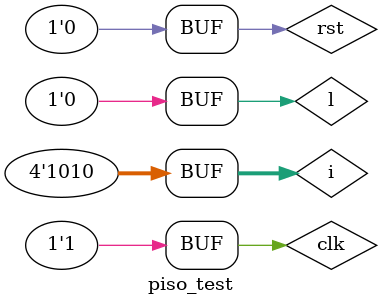
<source format=v>
`timescale 1ns / 1ps


module piso_test;

	// Inputs
	reg [3:0] i;
	reg rst;
	reg clk;
	reg l;

	// Outputs
	wire o;

	// Instantiate the Unit Under Test (UUT)
	piso uut (
		.i(i), 
		.o(o), 
		.rst(rst), 
		.clk(clk),
		.l(l)
	);

	initial begin
		clk = 0; #10; i = 4'b1010; clk = 1;l=1;
		rst = 0;	#10;
		clk = 0; #10; clk = 1; l = 0;	#10;
		clk = 0;	#10; clk = 1; l = 0;	#10;
		clk = 0;	#10; clk = 1; l = 0;	#10;
		clk = 0;	#10; clk = 1; l = 0;

	end
      
endmodule


</source>
